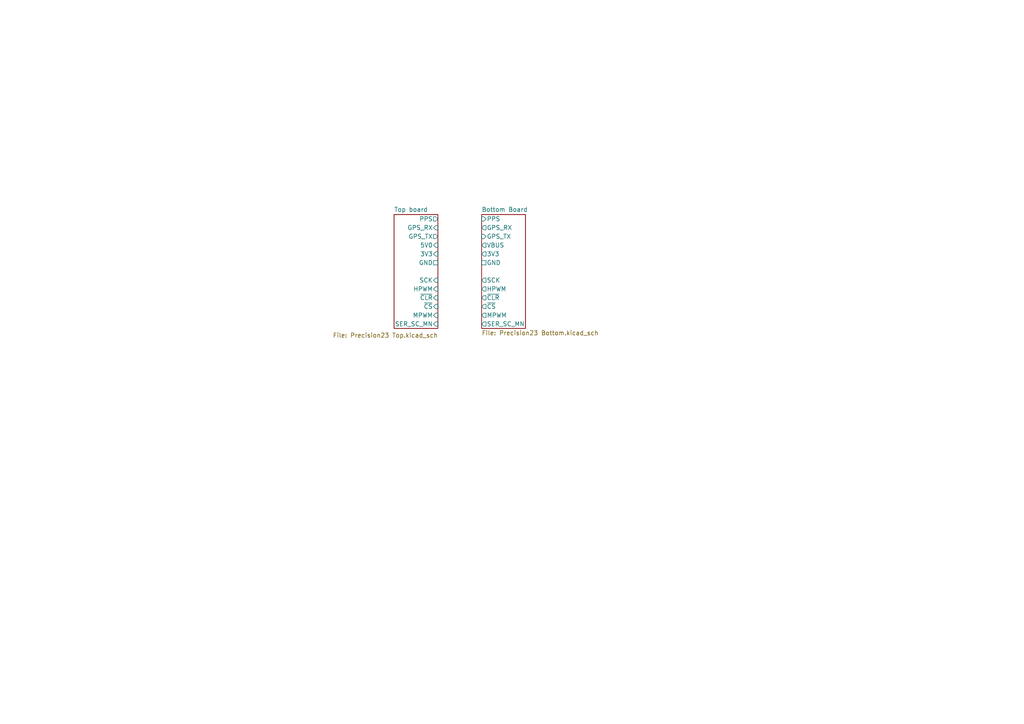
<source format=kicad_sch>
(kicad_sch (version 20230121) (generator eeschema)
  (paper "A4")
  (lib_symbols)
  (sheet (at 114.3 62.23) (size 12.7 33.02) (stroke (width 0.1524))
    (property "Sheetname" "Top board" (at 114.3 61.5184 0) (effects (justify left bottom)))
    (property "Sheetfile" "Precision23 Top.kicad_sch" (at 96.52 96.52 0) (effects (justify left top)))
    (pin "~{CLR}" input (at 127 86.36 0))
    (pin "SER_SC_MN" input (at 127 93.98 0))
    (pin "MPWM" input (at 127 91.44 0))
    (pin "~{CS}" input (at 127 88.9 0))
    (pin "HPWM" input (at 127 83.82 0))
    (pin "SCK" input (at 127 81.28 0))
    (pin "PPS" output (at 127 63.5 0))
    (pin "GND" passive (at 127 76.2 0))
    (pin "5V0" input (at 127 71.12 0))
    (pin "3V3" input (at 127 73.66 0))
    (pin "GPS_TX" output (at 127 68.58 0))
    (pin "GPS_RX" input (at 127 66.04 0))
  )
  (sheet (at 139.7 62.23) (size 12.7 33.02) (stroke (width 0.1524))
    (property "Sheetname" "Bottom Board" (at 139.7 61.5184 0) (effects (justify left bottom)))
    (property "Sheetfile" "Precision23 Bottom.kicad_sch" (at 139.7 95.8346 0) (effects (justify left top)))
    (pin "SCK" output (at 139.7 81.28 180))
    (pin "SER_SC_MN" output (at 139.7 93.98 180))
    (pin "HPWM" output (at 139.7 83.82 180))
    (pin "~{CLR}" output (at 139.7 86.36 180))
    (pin "~{CS}" output (at 139.7 88.9 180))
    (pin "MPWM" output (at 139.7 91.44 180))
    (pin "PPS" input (at 139.7 63.5 180))
    (pin "GPS_RX" output (at 139.7 66.04 180))
    (pin "GPS_TX" input (at 139.7 68.58 180))
    (pin "3V3" output (at 139.7 73.66 180))
    (pin "VBUS" output (at 139.7 71.12 180))
    (pin "GND" passive (at 139.7 76.2 180))
  )
)
</source>
